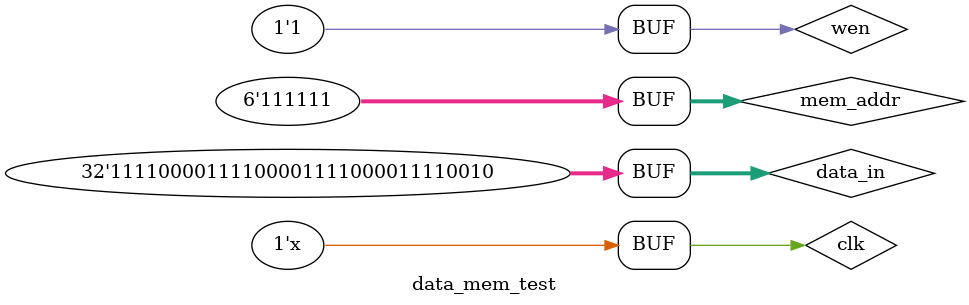
<source format=sv>
module data_mem_test();

logic clk;
logic wen;
logic [5:0] mem_addr;
logic [31:0] data_in;
logic [31:0] data_out;

data_mem data_mem_tst(clk, wen, mem_addr, data_in, data_out);

always begin 
 #1 clk = ~clk;
end

initial begin
	clk = 0;
	data_in = 0;
	wen = 0;
	mem_addr = 6'b000000;
	#10 mem_addr = 6'b000001;
	#10 mem_addr = 6'b111011;
	#10 mem_addr = 6'b111100;
	#10 mem_addr = 6'b111101;
	#10 mem_addr = 6'b111110;
	#10 mem_addr = 6'b111111;
	
	#10 mem_addr = 6'b001100;
	    data_in = 32'b11110000111100001111000011110000;
		 
	#10 wen = 1;
	#10 mem_addr = 6'b001101;
	    data_in = 32'b11110000111100001111000011110000;
		 
	#10 mem_addr = 6'b111111;
	    data_in = 32'b11110000111100001111000011110010;	

end

endmodule
</source>
